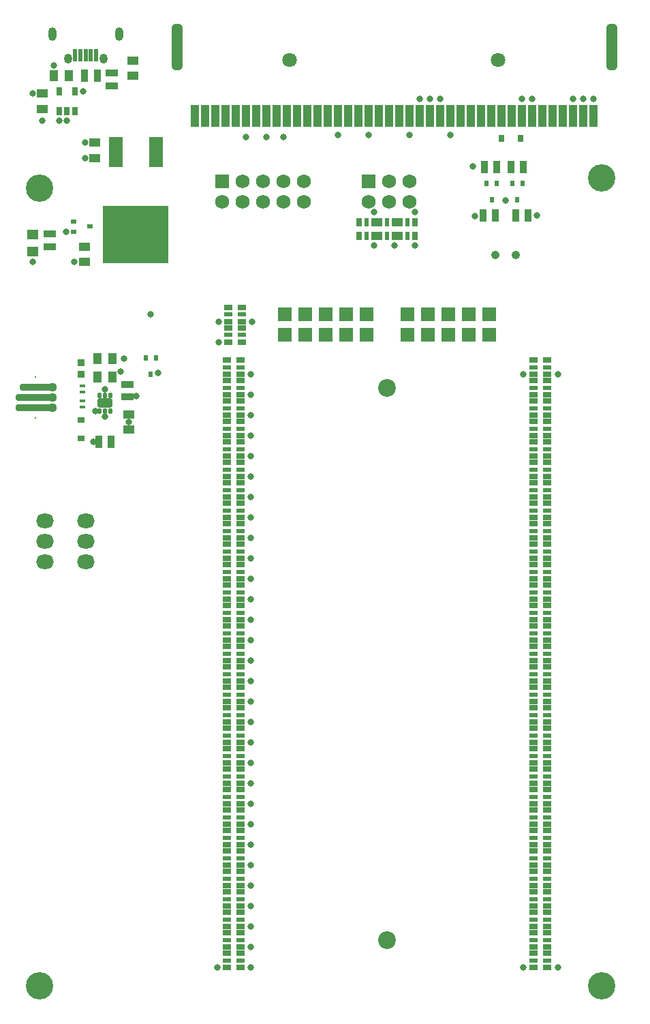
<source format=gts>
G04*
G04 #@! TF.GenerationSoftware,Altium Limited,Altium Designer,21.7.2 (23)*
G04*
G04 Layer_Color=8388736*
%FSLAX44Y44*%
%MOMM*%
G71*
G04*
G04 #@! TF.SameCoordinates,00971F6B-01B7-437C-A71D-B90B6339D582*
G04*
G04*
G04 #@! TF.FilePolarity,Negative*
G04*
G01*
G75*
%ADD17R,0.8000X0.9000*%
%ADD22R,0.9000X0.8000*%
%ADD38R,0.5400X0.7400*%
%ADD39R,0.9000X1.5000*%
%ADD40R,1.0000X0.7000*%
%ADD41R,1.0000X0.5000*%
%ADD42C,1.0400*%
%ADD43R,1.0032X1.4532*%
%ADD44R,1.5000X0.9000*%
G04:AMPARAMS|DCode=45|XSize=0.5mm|YSize=0.65mm|CornerRadius=0.1495mm|HoleSize=0mm|Usage=FLASHONLY|Rotation=180.000|XOffset=0mm|YOffset=0mm|HoleType=Round|Shape=RoundedRectangle|*
%AMROUNDEDRECTD45*
21,1,0.5000,0.3510,0,0,180.0*
21,1,0.2010,0.6500,0,0,180.0*
1,1,0.2990,-0.1005,0.1755*
1,1,0.2990,0.1005,0.1755*
1,1,0.2990,0.1005,-0.1755*
1,1,0.2990,-0.1005,-0.1755*
%
%ADD45ROUNDEDRECTD45*%
G04:AMPARAMS|DCode=46|XSize=1.2mm|YSize=1.8mm|CornerRadius=0.15mm|HoleSize=0mm|Usage=FLASHONLY|Rotation=90.000|XOffset=0mm|YOffset=0mm|HoleType=Round|Shape=RoundedRectangle|*
%AMROUNDEDRECTD46*
21,1,1.2000,1.5000,0,0,90.0*
21,1,0.9000,1.8000,0,0,90.0*
1,1,0.3000,0.7500,0.4500*
1,1,0.3000,0.7500,-0.4500*
1,1,0.3000,-0.7500,-0.4500*
1,1,0.3000,-0.7500,0.4500*
%
%ADD46ROUNDEDRECTD46*%
%ADD47R,0.9000X0.9500*%
%ADD48R,0.7508X0.4508*%
%ADD49R,1.4532X1.0032*%
%ADD50R,0.7000X1.0000*%
%ADD51R,0.5000X1.0000*%
%ADD52R,0.7400X0.5400*%
%ADD53R,1.4000X1.3000*%
%ADD54R,1.8000X3.7000*%
%ADD55R,8.2000X7.2000*%
%ADD56R,0.8016X1.1016*%
%ADD57R,0.6032X1.5532*%
%ADD58R,1.0000X2.7000*%
G04:AMPARAMS|DCode=59|XSize=0.9mm|YSize=4.3mm|CornerRadius=0.351mm|HoleSize=0mm|Usage=FLASHONLY|Rotation=90.000|XOffset=0mm|YOffset=0mm|HoleType=Round|Shape=RoundedRectangle|*
%AMROUNDEDRECTD59*
21,1,0.9000,3.5980,0,0,90.0*
21,1,0.1980,4.3000,0,0,90.0*
1,1,0.7020,1.7990,0.0990*
1,1,0.7020,1.7990,-0.0990*
1,1,0.7020,-1.7990,-0.0990*
1,1,0.7020,-1.7990,0.0990*
%
%ADD59ROUNDEDRECTD59*%
G04:AMPARAMS|DCode=60|XSize=0.9mm|YSize=4.8mm|CornerRadius=0.351mm|HoleSize=0mm|Usage=FLASHONLY|Rotation=90.000|XOffset=0mm|YOffset=0mm|HoleType=Round|Shape=RoundedRectangle|*
%AMROUNDEDRECTD60*
21,1,0.9000,4.0980,0,0,90.0*
21,1,0.1980,4.8000,0,0,90.0*
1,1,0.7020,2.0490,0.0990*
1,1,0.7020,2.0490,-0.0990*
1,1,0.7020,-2.0490,-0.0990*
1,1,0.7020,-2.0490,0.0990*
%
%ADD60ROUNDEDRECTD60*%
%ADD61O,2.2000X1.8000*%
%ADD62C,3.4000*%
%ADD63C,1.7500*%
%ADD64R,1.7500X1.7500*%
%ADD65O,1.0000X1.2000*%
%ADD66O,1.0000X1.7000*%
G04:AMPARAMS|DCode=67|XSize=5.7mm|YSize=1.3mm|CornerRadius=0.375mm|HoleSize=0mm|Usage=FLASHONLY|Rotation=270.000|XOffset=0mm|YOffset=0mm|HoleType=Round|Shape=RoundedRectangle|*
%AMROUNDEDRECTD67*
21,1,5.7000,0.5500,0,0,270.0*
21,1,4.9500,1.3000,0,0,270.0*
1,1,0.7500,-0.2750,-2.4750*
1,1,0.7500,-0.2750,2.4750*
1,1,0.7500,0.2750,2.4750*
1,1,0.7500,0.2750,-2.4750*
%
%ADD67ROUNDEDRECTD67*%
%ADD68C,1.8000*%
%ADD69C,1.1100*%
%ADD70C,0.2000*%
%ADD71C,2.2000*%
%ADD72R,1.8000X1.8000*%
%ADD73C,0.8000*%
D17*
X612448Y1090676D02*
D03*
X635448D02*
D03*
D22*
X89916Y718012D02*
D03*
Y741012D02*
D03*
D38*
X176316Y797282D02*
D03*
X182666Y817602D02*
D03*
X169966D02*
D03*
X625348Y1035050D02*
D03*
X638048D02*
D03*
X631698Y1014730D02*
D03*
X593598Y1034542D02*
D03*
X606298D02*
D03*
X599948Y1014222D02*
D03*
D39*
X623948Y1054732D02*
D03*
X639448D02*
D03*
X590928Y1054862D02*
D03*
X606428D02*
D03*
X629790Y994664D02*
D03*
X645290D02*
D03*
X604650D02*
D03*
X589150D02*
D03*
X127132Y713850D02*
D03*
X111632D02*
D03*
X94104Y1168908D02*
D03*
X109604D02*
D03*
D40*
X668900Y78850D02*
D03*
Y60850D02*
D03*
X651900D02*
D03*
Y78850D02*
D03*
X668900Y815450D02*
D03*
Y797450D02*
D03*
X651900D02*
D03*
Y815450D02*
D03*
X289424Y880850D02*
D03*
Y862850D02*
D03*
X272424D02*
D03*
Y880850D02*
D03*
X289424Y855450D02*
D03*
Y837450D02*
D03*
X272424D02*
D03*
Y855450D02*
D03*
X287900Y815450D02*
D03*
Y797450D02*
D03*
X270900D02*
D03*
Y815450D02*
D03*
X287900Y78850D02*
D03*
Y60850D02*
D03*
X270900D02*
D03*
Y78850D02*
D03*
X651900Y459850D02*
D03*
Y441850D02*
D03*
X668900D02*
D03*
Y459850D02*
D03*
X651900Y485250D02*
D03*
Y467250D02*
D03*
X668900D02*
D03*
Y485250D02*
D03*
X651900Y510650D02*
D03*
Y492650D02*
D03*
X668900D02*
D03*
Y510650D02*
D03*
X651900Y536050D02*
D03*
Y518050D02*
D03*
X668900D02*
D03*
Y536050D02*
D03*
X651900Y561450D02*
D03*
Y543450D02*
D03*
X668900D02*
D03*
Y561450D02*
D03*
X651900Y586850D02*
D03*
Y568850D02*
D03*
X668900D02*
D03*
Y586850D02*
D03*
X651900Y612250D02*
D03*
Y594250D02*
D03*
X668900D02*
D03*
Y612250D02*
D03*
X651900Y637650D02*
D03*
Y619650D02*
D03*
X668900D02*
D03*
Y637650D02*
D03*
X651900Y663050D02*
D03*
Y645050D02*
D03*
X668900D02*
D03*
Y663050D02*
D03*
X651900Y688450D02*
D03*
Y670450D02*
D03*
X668900D02*
D03*
Y688450D02*
D03*
X651900Y713850D02*
D03*
Y695850D02*
D03*
X668900D02*
D03*
Y713850D02*
D03*
X651900Y739250D02*
D03*
Y721250D02*
D03*
X668900D02*
D03*
Y739250D02*
D03*
X651900Y764650D02*
D03*
Y746650D02*
D03*
X668900D02*
D03*
Y764650D02*
D03*
X651900Y790050D02*
D03*
Y772050D02*
D03*
X668900D02*
D03*
Y790050D02*
D03*
X651900Y434450D02*
D03*
Y416450D02*
D03*
X668900D02*
D03*
Y434450D02*
D03*
X651900Y409050D02*
D03*
Y391050D02*
D03*
X668900D02*
D03*
Y409050D02*
D03*
X651900Y383650D02*
D03*
Y365650D02*
D03*
X668900D02*
D03*
Y383650D02*
D03*
X651900Y358250D02*
D03*
Y340250D02*
D03*
X668900D02*
D03*
Y358250D02*
D03*
X651900Y332850D02*
D03*
Y314850D02*
D03*
X668900D02*
D03*
Y332850D02*
D03*
X651900Y307450D02*
D03*
Y289450D02*
D03*
X668900D02*
D03*
Y307450D02*
D03*
X651900Y282050D02*
D03*
Y264050D02*
D03*
X668900D02*
D03*
Y282050D02*
D03*
X651900Y256650D02*
D03*
Y238650D02*
D03*
X668900D02*
D03*
Y256650D02*
D03*
X651900Y231250D02*
D03*
Y213250D02*
D03*
X668900D02*
D03*
Y231250D02*
D03*
X651900Y205850D02*
D03*
Y187850D02*
D03*
X668900D02*
D03*
Y205850D02*
D03*
X651900Y180450D02*
D03*
Y162450D02*
D03*
X668900D02*
D03*
Y180450D02*
D03*
X651900Y155050D02*
D03*
Y137050D02*
D03*
X668900D02*
D03*
Y155050D02*
D03*
X651900Y129650D02*
D03*
Y111650D02*
D03*
X668900D02*
D03*
Y129650D02*
D03*
X651900Y104250D02*
D03*
Y86250D02*
D03*
X668900D02*
D03*
Y104250D02*
D03*
X270900Y434450D02*
D03*
Y416450D02*
D03*
X287900D02*
D03*
Y434450D02*
D03*
X270900Y409050D02*
D03*
Y391050D02*
D03*
X287900D02*
D03*
Y409050D02*
D03*
X270900Y383650D02*
D03*
Y365650D02*
D03*
X287900D02*
D03*
Y383650D02*
D03*
X270900Y358250D02*
D03*
Y340250D02*
D03*
X287900D02*
D03*
Y358250D02*
D03*
X270900Y332850D02*
D03*
Y314850D02*
D03*
X287900D02*
D03*
Y332850D02*
D03*
X270900Y307450D02*
D03*
Y289450D02*
D03*
X287900D02*
D03*
Y307450D02*
D03*
X270900Y282050D02*
D03*
Y264050D02*
D03*
X287900D02*
D03*
Y282050D02*
D03*
X270900Y256650D02*
D03*
Y238650D02*
D03*
X287900D02*
D03*
Y256650D02*
D03*
X270900Y231250D02*
D03*
Y213250D02*
D03*
X287900D02*
D03*
Y231250D02*
D03*
X270900Y205850D02*
D03*
Y187850D02*
D03*
X287900D02*
D03*
Y205850D02*
D03*
X270900Y180450D02*
D03*
Y162450D02*
D03*
X287900D02*
D03*
Y180450D02*
D03*
X270900Y155050D02*
D03*
Y137050D02*
D03*
X287900D02*
D03*
Y155050D02*
D03*
X270900Y129650D02*
D03*
Y111650D02*
D03*
X287900D02*
D03*
Y129650D02*
D03*
X270900Y104250D02*
D03*
Y86250D02*
D03*
X287900D02*
D03*
Y104250D02*
D03*
X270900Y459850D02*
D03*
Y441850D02*
D03*
X287900D02*
D03*
Y459850D02*
D03*
X270900Y485250D02*
D03*
Y467250D02*
D03*
X287900D02*
D03*
Y485250D02*
D03*
X270900Y510650D02*
D03*
Y492650D02*
D03*
X287900D02*
D03*
Y510650D02*
D03*
X270900Y536050D02*
D03*
Y518050D02*
D03*
X287900D02*
D03*
Y536050D02*
D03*
X270900Y561450D02*
D03*
Y543450D02*
D03*
X287900D02*
D03*
Y561450D02*
D03*
X270900Y586850D02*
D03*
Y568850D02*
D03*
X287900D02*
D03*
Y586850D02*
D03*
X270900Y612250D02*
D03*
Y594250D02*
D03*
X287900D02*
D03*
Y612250D02*
D03*
X270900Y637650D02*
D03*
Y619650D02*
D03*
X287900D02*
D03*
Y637650D02*
D03*
X270900Y663050D02*
D03*
Y645050D02*
D03*
X287900D02*
D03*
Y663050D02*
D03*
X270900Y688450D02*
D03*
Y670450D02*
D03*
X287900D02*
D03*
Y688450D02*
D03*
X270900Y713850D02*
D03*
Y695850D02*
D03*
X287900D02*
D03*
Y713850D02*
D03*
X270900Y739250D02*
D03*
Y721250D02*
D03*
X287900D02*
D03*
Y739250D02*
D03*
X270900Y764650D02*
D03*
Y746650D02*
D03*
X287900D02*
D03*
Y764650D02*
D03*
X270900Y790050D02*
D03*
Y772050D02*
D03*
X287900D02*
D03*
Y790050D02*
D03*
D41*
X668900Y69850D02*
D03*
X651900D02*
D03*
X668900Y806450D02*
D03*
X651900D02*
D03*
X289424Y871850D02*
D03*
X272424D02*
D03*
X289424Y846450D02*
D03*
X272424D02*
D03*
X287900Y806450D02*
D03*
X270900D02*
D03*
X287900Y69850D02*
D03*
X270900D02*
D03*
X651900Y450850D02*
D03*
X668900D02*
D03*
X651900Y476250D02*
D03*
X668900D02*
D03*
X651900Y501650D02*
D03*
X668900D02*
D03*
X651900Y527050D02*
D03*
X668900D02*
D03*
X651900Y552450D02*
D03*
X668900D02*
D03*
X651900Y577850D02*
D03*
X668900D02*
D03*
X651900Y603250D02*
D03*
X668900D02*
D03*
X651900Y628650D02*
D03*
X668900D02*
D03*
X651900Y654050D02*
D03*
X668900D02*
D03*
X651900Y679450D02*
D03*
X668900D02*
D03*
X651900Y704850D02*
D03*
X668900D02*
D03*
X651900Y730250D02*
D03*
X668900D02*
D03*
X651900Y755650D02*
D03*
X668900D02*
D03*
X651900Y781050D02*
D03*
X668900D02*
D03*
X651900Y425450D02*
D03*
X668900D02*
D03*
X651900Y400050D02*
D03*
X668900D02*
D03*
X651900Y374650D02*
D03*
X668900D02*
D03*
X651900Y349250D02*
D03*
X668900D02*
D03*
X651900Y323850D02*
D03*
X668900D02*
D03*
X651900Y298450D02*
D03*
X668900D02*
D03*
X651900Y273050D02*
D03*
X668900D02*
D03*
X651900Y247650D02*
D03*
X668900D02*
D03*
X651900Y222250D02*
D03*
X668900D02*
D03*
X651900Y196850D02*
D03*
X668900D02*
D03*
X651900Y171450D02*
D03*
X668900D02*
D03*
X651900Y146050D02*
D03*
X668900D02*
D03*
X651900Y120650D02*
D03*
X668900D02*
D03*
X651900Y95250D02*
D03*
X668900D02*
D03*
X270900Y425450D02*
D03*
X287900D02*
D03*
X270900Y400050D02*
D03*
X287900D02*
D03*
X270900Y374650D02*
D03*
X287900D02*
D03*
X270900Y349250D02*
D03*
X287900D02*
D03*
X270900Y323850D02*
D03*
X287900D02*
D03*
X270900Y298450D02*
D03*
X287900D02*
D03*
X270900Y273050D02*
D03*
X287900D02*
D03*
X270900Y247650D02*
D03*
X287900D02*
D03*
X270900Y222250D02*
D03*
X287900D02*
D03*
X270900Y196850D02*
D03*
X287900D02*
D03*
X270900Y171450D02*
D03*
X287900D02*
D03*
X270900Y146050D02*
D03*
X287900D02*
D03*
X270900Y120650D02*
D03*
X287900D02*
D03*
X270900Y95250D02*
D03*
X287900D02*
D03*
X270900Y450850D02*
D03*
X287900D02*
D03*
X270900Y476250D02*
D03*
X287900D02*
D03*
X270900Y501650D02*
D03*
X287900D02*
D03*
X270900Y527050D02*
D03*
X287900D02*
D03*
X270900Y552450D02*
D03*
X287900D02*
D03*
X270900Y577850D02*
D03*
X287900D02*
D03*
X270900Y603250D02*
D03*
X287900D02*
D03*
X270900Y628650D02*
D03*
X287900D02*
D03*
X270900Y654050D02*
D03*
X287900D02*
D03*
X270900Y679450D02*
D03*
X287900D02*
D03*
X270900Y704850D02*
D03*
X287900D02*
D03*
X270900Y730250D02*
D03*
X287900D02*
D03*
X270900Y755650D02*
D03*
X287900D02*
D03*
X270900Y781050D02*
D03*
X287900D02*
D03*
D42*
X629790Y945642D02*
D03*
X604650D02*
D03*
D43*
X109882Y817442D02*
D03*
X128882D02*
D03*
X109882Y793892D02*
D03*
X128882D02*
D03*
X74524Y1168908D02*
D03*
X55524D02*
D03*
D44*
X147574Y769490D02*
D03*
Y784990D02*
D03*
X50800Y956180D02*
D03*
Y971680D02*
D03*
X127508Y1171578D02*
D03*
Y1156078D02*
D03*
D45*
X112882Y752044D02*
D03*
X119382D02*
D03*
X125882D02*
D03*
Y771544D02*
D03*
X119382D02*
D03*
X112882D02*
D03*
D46*
X119382Y761794D02*
D03*
D47*
X89916Y797678D02*
D03*
Y812178D02*
D03*
D48*
X91062Y783080D02*
D03*
Y776080D02*
D03*
X91527Y757395D02*
D03*
Y764395D02*
D03*
D49*
X148635Y728864D02*
D03*
Y747864D02*
D03*
X93472Y956158D02*
D03*
Y937158D02*
D03*
X106934Y1085292D02*
D03*
Y1066292D02*
D03*
X41402Y1127404D02*
D03*
Y1146404D02*
D03*
X153670Y1168552D02*
D03*
Y1187552D02*
D03*
D50*
X486300Y986400D02*
D03*
X504300D02*
D03*
Y969400D02*
D03*
X486300D02*
D03*
X460900Y986400D02*
D03*
X478900D02*
D03*
Y969400D02*
D03*
X460900D02*
D03*
X435500Y986400D02*
D03*
X453500D02*
D03*
Y969400D02*
D03*
X435500D02*
D03*
D51*
X495300Y986400D02*
D03*
Y969400D02*
D03*
X469900Y986400D02*
D03*
Y969400D02*
D03*
X444500Y986400D02*
D03*
Y969400D02*
D03*
D52*
X80518Y974852D02*
D03*
Y987552D02*
D03*
X100838Y981202D02*
D03*
D53*
X29464Y970874D02*
D03*
Y949874D02*
D03*
D54*
X182734Y1074104D02*
D03*
X132734D02*
D03*
D55*
X157734Y971104D02*
D03*
D56*
X62636Y1124904D02*
D03*
X72136D02*
D03*
X81636D02*
D03*
X62636Y1148904D02*
D03*
X81636D02*
D03*
D57*
X82400Y1193800D02*
D03*
X88900D02*
D03*
X95400D02*
D03*
X101900D02*
D03*
X108400D02*
D03*
D58*
X726440Y1118870D02*
D03*
X713740D02*
D03*
X701040D02*
D03*
X688340D02*
D03*
X675640D02*
D03*
X662940D02*
D03*
X650240D02*
D03*
X637540D02*
D03*
X624840D02*
D03*
X612140D02*
D03*
X599440D02*
D03*
X586740D02*
D03*
X574040D02*
D03*
X561340D02*
D03*
X548640D02*
D03*
X535940D02*
D03*
X523240D02*
D03*
X510540D02*
D03*
X497840D02*
D03*
X485140D02*
D03*
X472440D02*
D03*
X459740D02*
D03*
X447040D02*
D03*
X434340D02*
D03*
X421640D02*
D03*
X408940D02*
D03*
X396240D02*
D03*
X383540D02*
D03*
X370840D02*
D03*
X358140D02*
D03*
X345440D02*
D03*
X332740D02*
D03*
X320040D02*
D03*
X307340D02*
D03*
X294640D02*
D03*
X281940D02*
D03*
X269240D02*
D03*
X256540D02*
D03*
X243840D02*
D03*
X231140D02*
D03*
D59*
X34650Y781812D02*
D03*
D60*
X32150Y756412D02*
D03*
Y769112D02*
D03*
D61*
X95250Y565150D02*
D03*
Y590550D02*
D03*
Y615950D02*
D03*
X44450Y565150D02*
D03*
Y590550D02*
D03*
Y615950D02*
D03*
D62*
X736600Y38100D02*
D03*
X38100Y1028700D02*
D03*
Y38100D02*
D03*
X736600Y1041400D02*
D03*
D63*
X472440Y1037590D02*
D03*
X497840D02*
D03*
X447040Y1012190D02*
D03*
X497840D02*
D03*
X472440D02*
D03*
X340800Y1037590D02*
D03*
Y1012190D02*
D03*
X290000D02*
D03*
X315400D02*
D03*
X264600D02*
D03*
X315400Y1037590D02*
D03*
X290000D02*
D03*
X366200Y1012190D02*
D03*
Y1037590D02*
D03*
D64*
X447040D02*
D03*
X264600D02*
D03*
D65*
X117960Y1189990D02*
D03*
X73510D02*
D03*
D66*
X137010Y1220470D02*
D03*
X53790D02*
D03*
D67*
X208790Y1203970D02*
D03*
X748790D02*
D03*
D68*
X608140Y1187870D02*
D03*
X349140D02*
D03*
D69*
X54150Y781812D02*
D03*
Y769112D02*
D03*
Y756412D02*
D03*
D70*
X33150Y743912D02*
D03*
Y794312D02*
D03*
D71*
X469392Y95250D02*
D03*
X469900Y781050D02*
D03*
D72*
X444500Y871850D02*
D03*
X419100D02*
D03*
X393700D02*
D03*
X495300D02*
D03*
X520700D02*
D03*
X546100D02*
D03*
X342900D02*
D03*
X368300D02*
D03*
X596900D02*
D03*
X571500D02*
D03*
Y846450D02*
D03*
X596900D02*
D03*
X368300D02*
D03*
X342900D02*
D03*
X546100D02*
D03*
X520700D02*
D03*
X495300D02*
D03*
X393700D02*
D03*
X419100D02*
D03*
X444500D02*
D03*
D73*
X185674Y799482D02*
D03*
X158646Y770205D02*
D03*
X138684Y800862D02*
D03*
X142810Y817442D02*
D03*
X132734Y1074104D02*
D03*
X656321Y994664D02*
D03*
X453500Y999380D02*
D03*
X579374Y994156D02*
D03*
X478790Y957580D02*
D03*
X504190D02*
D03*
X701040Y1139919D02*
D03*
X713740D02*
D03*
X726440D02*
D03*
X302150Y862596D02*
D03*
X71374Y974598D02*
D03*
X617220Y1013206D02*
D03*
X176316Y871850D02*
D03*
X447040Y1094740D02*
D03*
X576834Y1056132D02*
D03*
X548640Y1094740D02*
D03*
X497840D02*
D03*
X294386Y1091946D02*
D03*
X408940Y1094740D02*
D03*
X320040Y1092200D02*
D03*
X340800D02*
D03*
X650240Y1139919D02*
D03*
X637540D02*
D03*
X535940D02*
D03*
X523240D02*
D03*
X510540D02*
D03*
X148635Y738364D02*
D03*
X104906Y713850D02*
D03*
X119382Y745600D02*
D03*
Y779152D02*
D03*
X107696Y752044D02*
D03*
X41402Y1112774D02*
D03*
X62636D02*
D03*
X94804Y1066292D02*
D03*
X182734Y1060958D02*
D03*
Y1074104D02*
D03*
Y1087560D02*
D03*
X132734D02*
D03*
Y1060958D02*
D03*
X94804Y1085292D02*
D03*
X81342Y937158D02*
D03*
X29464Y937744D02*
D03*
X29272Y1146404D02*
D03*
X55524Y1181038D02*
D03*
X92128Y1148904D02*
D03*
X72136Y1112774D02*
D03*
X639138Y60960D02*
D03*
Y797560D02*
D03*
X259080Y61104D02*
D03*
X260604Y837704D02*
D03*
X260350Y862850D02*
D03*
X453390Y957580D02*
D03*
X504190Y999490D02*
D03*
X300736Y60960D02*
D03*
Y86360D02*
D03*
Y111760D02*
D03*
Y137160D02*
D03*
Y162560D02*
D03*
Y187960D02*
D03*
Y213360D02*
D03*
Y238760D02*
D03*
Y264160D02*
D03*
Y289560D02*
D03*
Y314960D02*
D03*
Y340360D02*
D03*
Y365760D02*
D03*
Y391160D02*
D03*
Y416560D02*
D03*
Y441960D02*
D03*
Y467360D02*
D03*
Y492760D02*
D03*
Y518160D02*
D03*
Y543560D02*
D03*
Y568960D02*
D03*
Y594360D02*
D03*
Y619760D02*
D03*
Y645160D02*
D03*
Y670560D02*
D03*
Y695960D02*
D03*
Y721360D02*
D03*
Y746760D02*
D03*
Y772160D02*
D03*
Y797306D02*
D03*
X681990Y60960D02*
D03*
Y797560D02*
D03*
M02*

</source>
